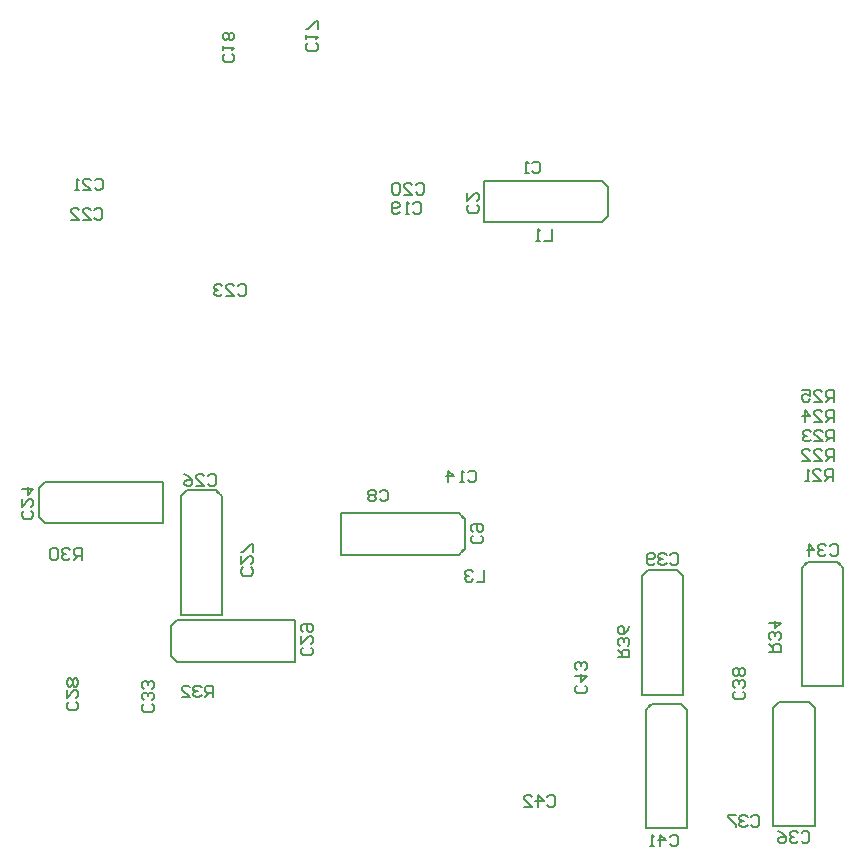
<source format=gbo>
G04*
G04 #@! TF.GenerationSoftware,Altium Limited,Altium Designer,19.1.6 (110)*
G04*
G04 Layer_Color=32896*
%FSLAX23Y23*%
%MOIN*%
G70*
G01*
G75*
%ADD14C,0.008*%
%ADD16C,0.006*%
D14*
X2465Y942D02*
X2475Y952D01*
X2573D02*
X2583Y942D01*
X2455Y538D02*
X2593D01*
Y932D01*
X2578Y947D02*
X2593Y932D01*
X2475Y952D02*
X2573D01*
X2455Y932D02*
X2470Y947D01*
X2455Y538D02*
Y932D01*
X2478Y497D02*
X2488Y507D01*
X2586D02*
X2596Y497D01*
X2468Y93D02*
X2606D01*
Y487D01*
X2591Y502D02*
X2606Y487D01*
X2488Y507D02*
X2586D01*
X2468Y487D02*
X2483Y502D01*
X2468Y93D02*
Y487D01*
X905Y648D02*
X1299D01*
X890Y663D02*
X905Y648D01*
X885Y668D02*
Y766D01*
X890Y771D02*
X905Y786D01*
X1299D01*
Y648D02*
Y786D01*
X885Y766D02*
X895Y776D01*
X885Y668D02*
X895Y658D01*
X467Y1109D02*
X861D01*
X452Y1124D02*
X467Y1109D01*
X447Y1129D02*
Y1227D01*
X452Y1232D02*
X467Y1247D01*
X861D01*
Y1109D02*
Y1247D01*
X447Y1227D02*
X457Y1237D01*
X447Y1129D02*
X457Y1119D01*
X2904Y505D02*
X2914Y515D01*
X3012D02*
X3022Y505D01*
X2894Y101D02*
X3032D01*
Y495D01*
X3017Y510D02*
X3032Y495D01*
X2914Y515D02*
X3012D01*
X2894Y495D02*
X2909Y510D01*
X2894Y101D02*
Y495D01*
X2999Y971D02*
X3009Y981D01*
X3107D02*
X3117Y971D01*
X2989Y567D02*
X3127D01*
Y961D01*
X3112Y976D02*
X3127Y961D01*
X3009Y981D02*
X3107D01*
X2989Y961D02*
X3004Y976D01*
X2989Y567D02*
Y961D01*
X2332Y2241D02*
X2342Y2231D01*
X2332Y2123D02*
X2342Y2133D01*
X1928Y2113D02*
Y2251D01*
Y2113D02*
X2322D01*
X2337Y2128D01*
X2342Y2133D02*
Y2231D01*
X2322Y2251D02*
X2337Y2236D01*
X1928Y2251D02*
X2322D01*
X1856Y1132D02*
X1866Y1122D01*
X1856Y1014D02*
X1866Y1024D01*
X1452Y1004D02*
Y1142D01*
Y1004D02*
X1846D01*
X1861Y1019D01*
X1866Y1024D02*
Y1122D01*
X1846Y1142D02*
X1861Y1127D01*
X1452Y1142D02*
X1846D01*
X928Y1209D02*
X938Y1219D01*
X1036D02*
X1046Y1209D01*
X918Y805D02*
X1056D01*
Y1199D01*
X1041Y1214D02*
X1056Y1199D01*
X938Y1219D02*
X1036D01*
X918Y1199D02*
X933Y1214D01*
X918Y805D02*
Y1199D01*
D16*
X2375Y662D02*
X2414D01*
Y682D01*
X2408Y688D01*
X2395D01*
X2388Y682D01*
Y662D01*
Y675D02*
X2375Y688D01*
X2408Y701D02*
X2414Y708D01*
Y721D01*
X2408Y728D01*
X2401D01*
X2395Y721D01*
Y714D01*
Y721D01*
X2388Y728D01*
X2382D01*
X2375Y721D01*
Y708D01*
X2382Y701D01*
X2414Y767D02*
X2408Y754D01*
X2395Y741D01*
X2382D01*
X2375Y747D01*
Y760D01*
X2382Y767D01*
X2388D01*
X2395Y760D01*
Y741D01*
X2880Y680D02*
X2919D01*
Y700D01*
X2913Y706D01*
X2900D01*
X2893Y700D01*
Y680D01*
Y693D02*
X2880Y706D01*
X2913Y719D02*
X2919Y726D01*
Y739D01*
X2913Y746D01*
X2906D01*
X2900Y739D01*
Y732D01*
Y739D01*
X2893Y746D01*
X2887D01*
X2880Y739D01*
Y726D01*
X2887Y719D01*
X2880Y778D02*
X2919D01*
X2900Y759D01*
Y785D01*
X2267Y568D02*
X2273Y562D01*
Y549D01*
X2267Y542D01*
X2241D01*
X2234Y549D01*
Y562D01*
X2241Y568D01*
X2234Y601D02*
X2273D01*
X2254Y581D01*
Y608D01*
X2267Y621D02*
X2273Y627D01*
Y640D01*
X2267Y647D01*
X2260D01*
X2254Y640D01*
Y634D01*
Y640D01*
X2247Y647D01*
X2241D01*
X2234Y640D01*
Y627D01*
X2241Y621D01*
X2141Y196D02*
X2147Y202D01*
X2160D01*
X2167Y196D01*
Y170D01*
X2160Y163D01*
X2147D01*
X2141Y170D01*
X2108Y163D02*
Y202D01*
X2128Y183D01*
X2101D01*
X2062Y163D02*
X2088D01*
X2062Y189D01*
Y196D01*
X2069Y202D01*
X2082D01*
X2088Y196D01*
X2549Y65D02*
X2555Y71D01*
X2568D01*
X2575Y65D01*
Y39D01*
X2568Y32D01*
X2555D01*
X2549Y39D01*
X2516Y32D02*
Y71D01*
X2536Y52D01*
X2509D01*
X2496Y32D02*
X2483D01*
X2490D01*
Y71D01*
X2496Y65D01*
X2551Y1004D02*
X2557Y1010D01*
X2570D01*
X2577Y1004D01*
Y978D01*
X2570Y971D01*
X2557D01*
X2551Y978D01*
X2538Y1004D02*
X2531Y1010D01*
X2518D01*
X2511Y1004D01*
Y997D01*
X2518Y991D01*
X2525D01*
X2518D01*
X2511Y984D01*
Y978D01*
X2518Y971D01*
X2531D01*
X2538Y978D01*
X2498D02*
X2492Y971D01*
X2479D01*
X2472Y978D01*
Y1004D01*
X2479Y1010D01*
X2492D01*
X2498Y1004D01*
Y997D01*
X2492Y991D01*
X2472D01*
X2792Y548D02*
X2798Y542D01*
Y529D01*
X2792Y522D01*
X2766D01*
X2759Y529D01*
Y542D01*
X2766Y548D01*
X2792Y561D02*
X2798Y568D01*
Y581D01*
X2792Y588D01*
X2785D01*
X2779Y581D01*
Y574D01*
Y581D01*
X2772Y588D01*
X2766D01*
X2759Y581D01*
Y568D01*
X2766Y561D01*
X2792Y601D02*
X2798Y607D01*
Y620D01*
X2792Y627D01*
X2785D01*
X2779Y620D01*
X2772Y627D01*
X2766D01*
X2759Y620D01*
Y607D01*
X2766Y601D01*
X2772D01*
X2779Y607D01*
X2785Y601D01*
X2792D01*
X2779Y607D02*
Y620D01*
X2821Y130D02*
X2827Y136D01*
X2840D01*
X2847Y130D01*
Y104D01*
X2840Y97D01*
X2827D01*
X2821Y104D01*
X2808Y130D02*
X2801Y136D01*
X2788D01*
X2781Y130D01*
Y123D01*
X2788Y117D01*
X2795D01*
X2788D01*
X2781Y110D01*
Y104D01*
X2788Y97D01*
X2801D01*
X2808Y104D01*
X2768Y136D02*
X2742D01*
Y130D01*
X2768Y104D01*
Y97D01*
X2988Y77D02*
X2994Y83D01*
X3007D01*
X3014Y77D01*
Y51D01*
X3007Y44D01*
X2994D01*
X2988Y51D01*
X2975Y77D02*
X2968Y83D01*
X2955D01*
X2948Y77D01*
Y70D01*
X2955Y64D01*
X2962D01*
X2955D01*
X2948Y57D01*
Y51D01*
X2955Y44D01*
X2968D01*
X2975Y51D01*
X2909Y83D02*
X2922Y77D01*
X2935Y64D01*
Y51D01*
X2929Y44D01*
X2916D01*
X2909Y51D01*
Y57D01*
X2916Y64D01*
X2935D01*
X3084Y1033D02*
X3090Y1039D01*
X3103D01*
X3110Y1033D01*
Y1007D01*
X3103Y1000D01*
X3090D01*
X3084Y1007D01*
X3071Y1033D02*
X3064Y1039D01*
X3051D01*
X3044Y1033D01*
Y1026D01*
X3051Y1020D01*
X3058D01*
X3051D01*
X3044Y1013D01*
Y1007D01*
X3051Y1000D01*
X3064D01*
X3071Y1007D01*
X3012Y1000D02*
Y1039D01*
X3031Y1020D01*
X3005D01*
X1027Y529D02*
Y568D01*
X1007D01*
X1001Y562D01*
Y549D01*
X1007Y542D01*
X1027D01*
X1014D02*
X1001Y529D01*
X988Y562D02*
X981Y568D01*
X968D01*
X961Y562D01*
Y555D01*
X968Y549D01*
X975D01*
X968D01*
X961Y542D01*
Y536D01*
X968Y529D01*
X981D01*
X988Y536D01*
X922Y529D02*
X948D01*
X922Y555D01*
Y562D01*
X929Y568D01*
X942D01*
X948Y562D01*
X589Y988D02*
Y1027D01*
X569D01*
X563Y1021D01*
Y1008D01*
X569Y1001D01*
X589D01*
X576D02*
X563Y988D01*
X550Y1021D02*
X543Y1027D01*
X530D01*
X523Y1021D01*
Y1014D01*
X530Y1008D01*
X537D01*
X530D01*
X523Y1001D01*
Y995D01*
X530Y988D01*
X543D01*
X550Y995D01*
X510Y1021D02*
X504Y1027D01*
X491D01*
X484Y1021D01*
Y995D01*
X491Y988D01*
X504D01*
X510Y995D01*
Y1021D01*
X3095Y1515D02*
Y1554D01*
X3075D01*
X3069Y1548D01*
Y1535D01*
X3075Y1528D01*
X3095D01*
X3082D02*
X3069Y1515D01*
X3029D02*
X3056D01*
X3029Y1541D01*
Y1548D01*
X3036Y1554D01*
X3049D01*
X3056Y1548D01*
X2990Y1554D02*
X3016D01*
Y1535D01*
X3003Y1541D01*
X2997D01*
X2990Y1535D01*
Y1522D01*
X2997Y1515D01*
X3010D01*
X3016Y1522D01*
X3096Y1448D02*
Y1488D01*
X3076D01*
X3070Y1481D01*
Y1468D01*
X3076Y1461D01*
X3096D01*
X3083D02*
X3070Y1448D01*
X3030D02*
X3057D01*
X3030Y1474D01*
Y1481D01*
X3037Y1488D01*
X3050D01*
X3057Y1481D01*
X2998Y1448D02*
Y1488D01*
X3017Y1468D01*
X2991D01*
X3097Y1382D02*
Y1421D01*
X3077D01*
X3071Y1415D01*
Y1401D01*
X3077Y1395D01*
X3097D01*
X3084D02*
X3071Y1382D01*
X3031D02*
X3058D01*
X3031Y1408D01*
Y1415D01*
X3038Y1421D01*
X3051D01*
X3058Y1415D01*
X3018D02*
X3012Y1421D01*
X2999D01*
X2992Y1415D01*
Y1408D01*
X2999Y1401D01*
X3005D01*
X2999D01*
X2992Y1395D01*
Y1388D01*
X2999Y1382D01*
X3012D01*
X3018Y1388D01*
X3095Y1317D02*
Y1357D01*
X3075D01*
X3069Y1350D01*
Y1337D01*
X3075Y1331D01*
X3095D01*
X3082D02*
X3069Y1317D01*
X3029D02*
X3056D01*
X3029Y1344D01*
Y1350D01*
X3036Y1357D01*
X3049D01*
X3056Y1350D01*
X2990Y1317D02*
X3016D01*
X2990Y1344D01*
Y1350D01*
X2997Y1357D01*
X3010D01*
X3016Y1350D01*
X3093Y1251D02*
Y1290D01*
X3073D01*
X3067Y1284D01*
Y1271D01*
X3073Y1264D01*
X3093D01*
X3080D02*
X3067Y1251D01*
X3027D02*
X3054D01*
X3027Y1277D01*
Y1284D01*
X3034Y1290D01*
X3047D01*
X3054Y1284D01*
X3014Y1251D02*
X3001D01*
X3008D01*
Y1290D01*
X3014Y1284D01*
X1931Y954D02*
Y915D01*
X1905D01*
X1892Y948D02*
X1885Y954D01*
X1872D01*
X1865Y948D01*
Y941D01*
X1872Y935D01*
X1879D01*
X1872D01*
X1865Y928D01*
Y922D01*
X1872Y915D01*
X1885D01*
X1892Y922D01*
X2156Y2090D02*
Y2051D01*
X2130D01*
X2117D02*
X2104D01*
X2110D01*
Y2090D01*
X2117Y2084D01*
X823Y506D02*
X829Y499D01*
Y486D01*
X823Y480D01*
X797D01*
X790Y486D01*
Y499D01*
X797Y506D01*
X823Y519D02*
X829Y526D01*
Y539D01*
X823Y545D01*
X816D01*
X810Y539D01*
Y532D01*
Y539D01*
X803Y545D01*
X797D01*
X790Y539D01*
Y526D01*
X797Y519D01*
X823Y558D02*
X829Y565D01*
Y578D01*
X823Y585D01*
X816D01*
X810Y578D01*
Y571D01*
Y578D01*
X803Y585D01*
X797D01*
X790Y578D01*
Y565D01*
X797Y558D01*
X1353Y695D02*
X1360Y689D01*
Y676D01*
X1353Y669D01*
X1327D01*
X1320Y676D01*
Y689D01*
X1327Y695D01*
X1320Y735D02*
Y708D01*
X1347Y735D01*
X1353D01*
X1360Y728D01*
Y715D01*
X1353Y708D01*
X1327Y748D02*
X1320Y754D01*
Y767D01*
X1327Y774D01*
X1353D01*
X1360Y767D01*
Y754D01*
X1353Y748D01*
X1347D01*
X1340Y754D01*
Y774D01*
X571Y513D02*
X577Y506D01*
Y493D01*
X571Y487D01*
X545D01*
X538Y493D01*
Y506D01*
X545Y513D01*
X538Y552D02*
Y526D01*
X564Y552D01*
X571D01*
X577Y546D01*
Y533D01*
X571Y526D01*
Y565D02*
X577Y572D01*
Y585D01*
X571Y592D01*
X564D01*
X558Y585D01*
X551Y592D01*
X545D01*
X538Y585D01*
Y572D01*
X545Y565D01*
X551D01*
X558Y572D01*
X564Y565D01*
X571D01*
X558Y572D02*
Y585D01*
X1152Y962D02*
X1159Y955D01*
Y942D01*
X1152Y935D01*
X1126D01*
X1119Y942D01*
Y955D01*
X1126Y962D01*
X1119Y1001D02*
Y975D01*
X1146Y1001D01*
X1152D01*
X1159Y994D01*
Y981D01*
X1152Y975D01*
X1159Y1014D02*
Y1040D01*
X1152D01*
X1126Y1014D01*
X1119D01*
X1010Y1267D02*
X1016Y1273D01*
X1029D01*
X1036Y1267D01*
Y1241D01*
X1029Y1234D01*
X1016D01*
X1010Y1241D01*
X970Y1234D02*
X997D01*
X970Y1260D01*
Y1267D01*
X977Y1273D01*
X990D01*
X997Y1267D01*
X931Y1273D02*
X944Y1267D01*
X957Y1254D01*
Y1241D01*
X951Y1234D01*
X938D01*
X931Y1241D01*
Y1247D01*
X938Y1254D01*
X957D01*
X421Y1151D02*
X427Y1145D01*
Y1132D01*
X421Y1125D01*
X395D01*
X388Y1132D01*
Y1145D01*
X395Y1151D01*
X388Y1191D02*
Y1164D01*
X414Y1191D01*
X421D01*
X427Y1184D01*
Y1171D01*
X421Y1164D01*
X388Y1223D02*
X427D01*
X408Y1204D01*
Y1230D01*
X1110Y1900D02*
X1116Y1906D01*
X1129D01*
X1136Y1900D01*
Y1874D01*
X1129Y1867D01*
X1116D01*
X1110Y1874D01*
X1070Y1867D02*
X1097D01*
X1070Y1893D01*
Y1900D01*
X1077Y1906D01*
X1090D01*
X1097Y1900D01*
X1057D02*
X1051Y1906D01*
X1038D01*
X1031Y1900D01*
Y1893D01*
X1038Y1887D01*
X1044D01*
X1038D01*
X1031Y1880D01*
Y1874D01*
X1038Y1867D01*
X1051D01*
X1057Y1874D01*
X631Y2153D02*
X638Y2159D01*
X651D01*
X657Y2153D01*
Y2127D01*
X651Y2120D01*
X638D01*
X631Y2127D01*
X592Y2120D02*
X618D01*
X592Y2146D01*
Y2153D01*
X598Y2159D01*
X611D01*
X618Y2153D01*
X552Y2120D02*
X579D01*
X552Y2146D01*
Y2153D01*
X559Y2159D01*
X572D01*
X579Y2153D01*
X632Y2252D02*
X638Y2258D01*
X651D01*
X658Y2252D01*
Y2226D01*
X651Y2219D01*
X638D01*
X632Y2226D01*
X592Y2219D02*
X619D01*
X592Y2245D01*
Y2252D01*
X599Y2258D01*
X612D01*
X619Y2252D01*
X579Y2219D02*
X566D01*
X573D01*
Y2258D01*
X579Y2252D01*
X1703Y2238D02*
X1709Y2244D01*
X1722D01*
X1729Y2238D01*
Y2212D01*
X1722Y2205D01*
X1709D01*
X1703Y2212D01*
X1663Y2205D02*
X1690D01*
X1663Y2231D01*
Y2238D01*
X1670Y2244D01*
X1683D01*
X1690Y2238D01*
X1650D02*
X1644Y2244D01*
X1631D01*
X1624Y2238D01*
Y2212D01*
X1631Y2205D01*
X1644D01*
X1650Y2212D01*
Y2238D01*
X1694Y2174D02*
X1700Y2180D01*
X1713D01*
X1720Y2174D01*
Y2148D01*
X1713Y2141D01*
X1700D01*
X1694Y2148D01*
X1681Y2141D02*
X1668D01*
X1674D01*
Y2180D01*
X1681Y2174D01*
X1648Y2148D02*
X1641Y2141D01*
X1628D01*
X1622Y2148D01*
Y2174D01*
X1628Y2180D01*
X1641D01*
X1648Y2174D01*
Y2167D01*
X1641Y2161D01*
X1622D01*
X1091Y2673D02*
X1097Y2667D01*
Y2654D01*
X1091Y2647D01*
X1065D01*
X1058Y2654D01*
Y2667D01*
X1065Y2673D01*
X1058Y2686D02*
Y2699D01*
Y2693D01*
X1097D01*
X1091Y2686D01*
Y2719D02*
X1097Y2726D01*
Y2739D01*
X1091Y2745D01*
X1084D01*
X1078Y2739D01*
X1071Y2745D01*
X1065D01*
X1058Y2739D01*
Y2726D01*
X1065Y2719D01*
X1071D01*
X1078Y2726D01*
X1084Y2719D01*
X1091D01*
X1078Y2726D02*
Y2739D01*
X1370Y2710D02*
X1376Y2704D01*
Y2691D01*
X1370Y2684D01*
X1344D01*
X1337Y2691D01*
Y2704D01*
X1344Y2710D01*
X1337Y2723D02*
Y2736D01*
Y2730D01*
X1376D01*
X1370Y2723D01*
X1376Y2756D02*
Y2782D01*
X1370D01*
X1344Y2756D01*
X1337D01*
X1876Y1279D02*
X1882Y1285D01*
X1895D01*
X1902Y1279D01*
Y1253D01*
X1895Y1246D01*
X1882D01*
X1876Y1253D01*
X1863Y1246D02*
X1850D01*
X1856D01*
Y1285D01*
X1863Y1279D01*
X1810Y1246D02*
Y1285D01*
X1830Y1266D01*
X1804D01*
X1919Y1068D02*
X1925Y1062D01*
Y1049D01*
X1919Y1042D01*
X1893D01*
X1886Y1049D01*
Y1062D01*
X1893Y1068D01*
Y1081D02*
X1886Y1088D01*
Y1101D01*
X1893Y1108D01*
X1919D01*
X1925Y1101D01*
Y1088D01*
X1919Y1081D01*
X1912D01*
X1906Y1088D01*
Y1108D01*
X1582Y1215D02*
X1588Y1221D01*
X1601D01*
X1608Y1215D01*
Y1189D01*
X1601Y1182D01*
X1588D01*
X1582Y1189D01*
X1569Y1215D02*
X1562Y1221D01*
X1549D01*
X1542Y1215D01*
Y1208D01*
X1549Y1202D01*
X1542Y1195D01*
Y1189D01*
X1549Y1182D01*
X1562D01*
X1569Y1189D01*
Y1195D01*
X1562Y1202D01*
X1569Y1208D01*
Y1215D01*
X1562Y1202D02*
X1549D01*
X1907Y2171D02*
X1913Y2165D01*
Y2152D01*
X1907Y2145D01*
X1881D01*
X1874Y2152D01*
Y2165D01*
X1881Y2171D01*
X1874Y2211D02*
Y2184D01*
X1900Y2211D01*
X1907D01*
X1913Y2204D01*
Y2191D01*
X1907Y2184D01*
X2091Y2309D02*
X2097Y2315D01*
X2110D01*
X2117Y2309D01*
Y2283D01*
X2110Y2276D01*
X2097D01*
X2091Y2283D01*
X2078Y2276D02*
X2065D01*
X2071D01*
Y2315D01*
X2078Y2309D01*
M02*

</source>
